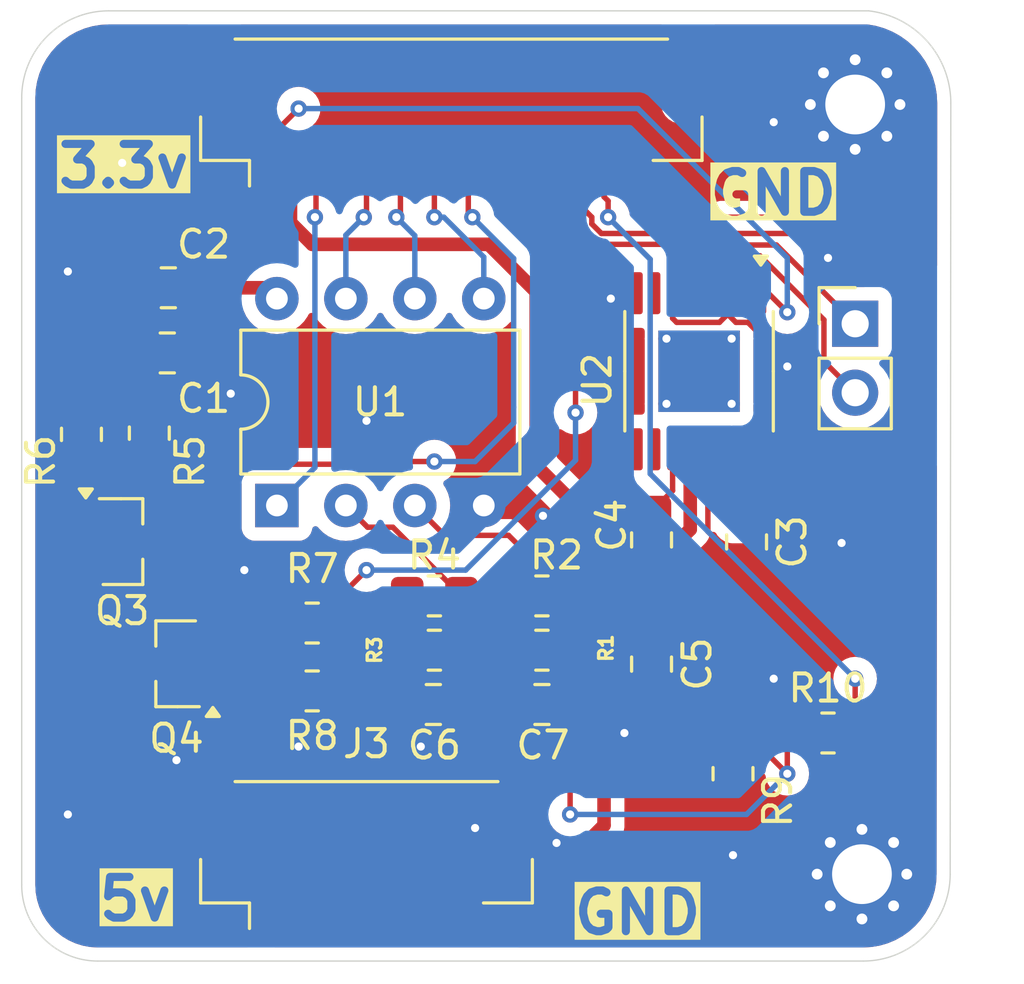
<source format=kicad_pcb>
(kicad_pcb (version 20241229) (generator "pcbnew") (generator_version "9.99")
  (layers (0 "F.Cu" signal) (2 "B.Cu" signal) (13 "F.Paste" user) (15 "B.Paste" user) (5 "F.SilkS" user "F.Silkscreen") (7 "B.SilkS" user "B.Silkscreen") (1 "F.Mask" user) (3 "B.Mask" user) (25 "Edge.Cuts" user))
  (net 0 "")
  (net 1 "GND")
  (net 2 "+3.3V")
  (net 3 "Net-(U2-VINT)")
  (net 4 "VM")
  (net 5 "CS")
  (net 6 "CLK")
  (net 7 "MISO")
  (net 8 "MOSI")
  (net 9 "CH0")
  (net 10 "CH1")
  (net 11 "Net-(U2-VCP)")
  (net 12 "AIN2")
  (net 13 "GATE1")
  (net 14 "GATE2")
  (net 15 "SWITCH")
  (net 16 "AIN1")
  (net 17 "Net-(J2-Pin_2)")
  (net 18 "Net-(J2-Pin_1)")
  (net 19 "DRAIN2")
  (net 20 "DRAIN1")
  (net 21 "Net-(J3-Pin_6)")
  (net 22 "Net-(Q3-G)")
  (net 23 "Net-(Q4-G)")
  (net 24 "Net-(U1-CH1)")
  (net 25 "Net-(U1-CH0)")
  (footprint "Connector_JST:JST_GH_BM07B-GHS-TBT_1x07-1MP_P1.25mm_Vertical" (layer "F.Cu") (at 121.5 103.4)
    (property "Reference" "J3" (at 0 -4 0) (layer "F.SilkS"))
    (property "Value" "Conn_01x07_Pin")
    (fp_line (start -6.11 0.26) (end -6.11 1.86) (stroke (width 0.12)) (layer "F.SilkS"))
    (fp_line (start -6.11 1.86) (end -4.31 1.86) (stroke (width 0.12)) (layer "F.SilkS"))
    (fp_line (start -4.84 -2.61) (end 4.84 -2.61) (stroke (width 0.12)) (layer "F.SilkS"))
    (fp_line (start -4.31 1.86) (end -4.31 2.8) (stroke (width 0.12)) (layer "F.SilkS"))
    (fp_line (start 6.11 0.26) (end 6.11 1.86) (stroke (width 0.12)) (layer "F.SilkS"))
    (fp_line (start 6.11 1.86) (end 4.31 1.86) (stroke (width 0.12)) (layer "F.SilkS"))
    (pad "1" smd roundrect (at -3.75 1.95) (size 0.6 1.7) (layers "F.Cu" "F.Mask" "F.Paste") (net 4 "VM"))
    (pad "2" smd roundrect (at -2.5 1.95) (size 0.6 1.7) (layers "F.Cu" "F.Mask" "F.Paste") (net 20 "DRAIN1"))
    (pad "3" smd roundrect (at -1.25 1.95) (size 0.6 1.7) (layers "F.Cu" "F.Mask" "F.Paste") (net 19 "DRAIN2"))
    (pad "4" smd roundrect (at 0 1.95) (size 0.6 1.7) (layers "F.Cu" "F.Mask" "F.Paste") (net 9 "CH0"))
    (pad "5" smd roundrect (at 1.25 1.95) (size 0.6 1.7) (layers "F.Cu" "F.Mask" "F.Paste") (net 10 "CH1"))
    (pad "6" smd roundrect (at 2.5 1.95) (size 0.6 1.7) (layers "F.Cu" "F.Mask" "F.Paste") (net 21 "Net-(J3-Pin_6)"))
    (pad "7" smd roundrect (at 3.75 1.95) (size 0.6 1.7) (layers "F.Cu" "F.Mask" "F.Paste") (net 1 "GND"))
    (pad "MP" smd roundrect (at -5.6 -1.4) (size 1 2.8) (layers "F.Cu" "F.Mask" "F.Paste"))
    (pad "MP" smd roundrect (at 5.6 -1.4) (size 1 2.8) (layers "F.Cu" "F.Mask" "F.Paste"))
  )
  (footprint "Capacitor_SMD:C_0805_2012Metric_Pad1.18x1.45mm_HandSolder" (layer "F.Cu") (at 132 91.8875 90)
    (property "Reference" "C4" (at 0.5375 -1.47 270) (layer "F.SilkS"))
    (property "Value" "0.01uF, 16v ceramic X7R")
    (fp_line (start -0.261252 -0.735) (end 0.261252 -0.735) (stroke (width 0.12)) (layer "F.SilkS"))
    (fp_line (start -0.261252 0.735) (end 0.261252 0.735) (stroke (width 0.12)) (layer "F.SilkS"))
    (pad "1" smd roundrect (at -1.0375 0 90) (size 1.175 1.45) (layers "F.Cu" "F.Mask" "F.Paste") (roundrect_rratio 0.212766) (net 4 "VM"))
    (pad "2" smd roundrect (at 1.0375 0 90) (size 1.175 1.45) (layers "F.Cu" "F.Mask" "F.Paste") (roundrect_rratio 0.212766) (net 11 "Net-(U2-VCP)"))
  )
  (footprint "Package_SO:TSSOP-16-1EP_4.4x5mm_P0.65mm_EP3x3mm_ThermalVias" (layer "F.Cu") (at 133.75 85.675 -90)
    (property "Reference" "U2" (at 0.325 3.75 90) (layer "F.SilkS"))
    (property "Value" "DRV8833PW")
    (fp_line (start 0 2.735) (end -2.2 2.735) (stroke (width 0.12)) (layer "F.SilkS"))
    (fp_line (start 0 2.735) (end 2.2 2.735) (stroke (width 0.12)) (layer "F.SilkS"))
    (fp_line (start 0 -2.735) (end -2.2 -2.735) (stroke (width 0.12)) (layer "F.SilkS"))
    (fp_line (start 0 -2.735) (end 2.2 -2.735) (stroke (width 0.12)) (layer "F.SilkS"))
    (fp_poly (pts (xy -3.91 -2.275) (xy -4.24 -2.515) (xy -4.24 -2.035) (xy -3.91 -2.275)) (stroke (width 0.12)) (fill yes) (layer "F.SilkS"))
    (pad "1" smd roundrect (at -2.875 -2.275 270) (size 1.55 0.4) (layers "F.Cu" "F.Mask" "F.Paste") (net 2 "+3.3V"))
    (pad "2" smd roundrect (at -2.875 -1.625 270) (size 1.55 0.4) (layers "F.Cu" "F.Mask" "F.Paste") (net 17 "Net-(J2-Pin_2)"))
    (pad "3" smd roundrect (at -2.875 -0.975 270) (size 1.55 0.4) (layers "F.Cu" "F.Mask" "F.Paste") (net 1 "GND"))
    (pad "4" smd roundrect (at -2.875 -0.325 270) (size 1.55 0.4) (layers "F.Cu" "F.Mask" "F.Paste") (net 18 "Net-(J2-Pin_1)"))
    (pad "5" smd roundrect (at -2.875 0.325 270) (size 1.55 0.4) (layers "F.Cu" "F.Mask" "F.Paste"))
    (pad "6" smd roundrect (at -2.875 0.975 270) (size 1.55 0.4) (layers "F.Cu" "F.Mask" "F.Paste") (net 1 "GND"))
    (pad "7" smd roundrect (at -2.875 1.625 270) (size 1.55 0.4) (layers "F.Cu" "F.Mask" "F.Paste"))
    (pad "8" smd roundrect (at -2.875 2.275 270) (size 1.55 0.4) (layers "F.Cu" "F.Mask" "F.Paste"))
    (pad "9" smd roundrect (at 2.875 2.275 270) (size 1.55 0.4) (layers "F.Cu" "F.Mask" "F.Paste"))
    (pad "10" smd roundrect (at 2.875 1.625 270) (size 1.55 0.4) (layers "F.Cu" "F.Mask" "F.Paste"))
    (pad "11" smd roundrect (at 2.875 0.975 270) (size 1.55 0.4) (layers "F.Cu" "F.Mask" "F.Paste") (net 11 "Net-(U2-VCP)"))
    (pad "12" smd roundrect (at 2.875 0.325 270) (size 1.55 0.4) (layers "F.Cu" "F.Mask" "F.Paste") (net 4 "VM"))
    (pad "13" smd roundrect (at 2.875 -0.325 270) (size 1.55 0.4) (layers "F.Cu" "F.Mask" "F.Paste") (net 1 "GND"))
    (pad "14" smd roundrect (at 2.875 -0.975 270) (size 1.55 0.4) (layers "F.Cu" "F.Mask" "F.Paste") (net 3 "Net-(U2-VINT)"))
    (pad "15" smd roundrect (at 2.875 -1.625 270) (size 1.55 0.4) (layers "F.Cu" "F.Mask" "F.Paste") (net 12 "AIN2"))
    (pad "16" smd roundrect (at 2.875 -2.275 270) (size 1.55 0.4) (layers "F.Cu" "F.Mask" "F.Paste") (net 16 "AIN1"))
    (pad "17" thru_hole circle (at -1.2 -1.2 270) (size 0.6 0.6) (drill 0.3) (property pad_prop_heatsink) (layers "*.Cu"))
    (pad "17" thru_hole circle (at -1.2 1.2 270) (size 0.6 0.6) (drill 0.3) (property pad_prop_heatsink) (layers "*.Cu"))
    (pad "17" smd rect (at 0 0 270) (size 3 3) (property pad_prop_heatsink) (layers "F.Cu" "F.Mask"))
    (pad "17" smd rect (at 0 0 270) (size 3 3) (property pad_prop_heatsink) (layers "B.Cu"))
    (pad "17" thru_hole circle (at 1.2 -1.2 270) (size 0.6 0.6) (drill 0.3) (property pad_prop_heatsink) (layers "*.Cu"))
    (pad "17" thru_hole circle (at 1.2 1.2 270) (size 0.6 0.6) (drill 0.3) (property pad_prop_heatsink) (layers "*.Cu"))
  )
  (footprint "Resistor_SMD:R_0805_2012Metric_Pad1.20x1.40mm_HandSolder" (layer "F.Cu") (at 113.5 87.955 90)
    (property "Reference" "R5" (at -1.045 1.5 270) (layer "F.SilkS"))
    (property "Value" "100")
    (fp_line (start -0.227064 -0.735) (end 0.227064 -0.735) (stroke (width 0.12)) (layer "F.SilkS"))
    (fp_line (start -0.227064 0.735) (end 0.227064 0.735) (stroke (width 0.12)) (layer "F.SilkS"))
    (pad "1" smd roundrect (at -1 0 90) (size 1.2 1.4) (layers "F.Cu" "F.Mask" "F.Paste") (roundrect_rratio 0.208333) (net 13 "GATE1"))
    (pad "2" smd roundrect (at 1 0 90) (size 1.2 1.4) (layers "F.Cu" "F.Mask" "F.Paste") (roundrect_rratio 0.208333) (net 22 "Net-(Q3-G)"))
  )
  (footprint "Connector_JST:JST_GH_BM12B-GHS-TBT_1x12-1MP_P1.25mm_Vertical" (layer "F.Cu") (at 124.625 76.05)
    (property "Reference" "J1" (hide yes))
    (property "Value" "Conn_01x12_Pin")
    (fp_line (start -9.235 0.26) (end -9.235 1.86) (stroke (width 0.12)) (layer "F.SilkS"))
    (fp_line (start -9.235 1.86) (end -7.435 1.86) (stroke (width 0.12)) (layer "F.SilkS"))
    (fp_line (start -7.965 -2.61) (end 7.965 -2.61) (stroke (width 0.12)) (layer "F.SilkS"))
    (fp_line (start -7.435 1.86) (end -7.435 2.8) (stroke (width 0.12)) (layer "F.SilkS"))
    (fp_line (start 9.235 0.26) (end 9.235 1.86) (stroke (width 0.12)) (layer "F.SilkS"))
    (fp_line (start 9.235 1.86) (end 7.435 1.86) (stroke (width 0.12)) (layer "F.SilkS"))
    (pad "1" smd roundrect (at -6.875 1.95) (size 0.6 1.7) (layers "F.Cu" "F.Mask" "F.Paste") (net 2 "+3.3V"))
    (pad "2" smd roundrect (at -5.625 1.95) (size 0.6 1.7) (layers "F.Cu" "F.Mask" "F.Paste") (net 4 "VM"))
    (pad "3" smd roundrect (at -4.375 1.95) (size 0.6 1.7) (layers "F.Cu" "F.Mask" "F.Paste") (net 5 "CS"))
    (pad "4" smd roundrect (at -3.125 1.95) (size 0.6 1.7) (layers "F.Cu" "F.Mask" "F.Paste") (net 6 "CLK"))
    (pad "5" smd roundrect (at -1.875 1.95) (size 0.6 1.7) (layers "F.Cu" "F.Mask" "F.Paste") (net 7 "MISO"))
    (pad "6" smd roundrect (at -0.625 1.95) (size 0.6 1.7) (layers "F.Cu" "F.Mask" "F.Paste") (net 8 "MOSI"))
    (pad "7" smd roundrect (at 0.625 1.95) (size 0.6 1.7) (layers "F.Cu" "F.Mask" "F.Paste") (net 13 "GATE1"))
    (pad "8" smd roundrect (at 1.875 1.95) (size 0.6 1.7) (layers "F.Cu" "F.Mask" "F.Paste") (net 14 "GATE2"))
    (pad "9" smd roundrect (at 3.125 1.95) (size 0.6 1.7) (layers "F.Cu" "F.Mask" "F.Paste") (net 16 "AIN1"))
    (pad "10" smd roundrect (at 4.375 1.95) (size 0.6 1.7) (layers "F.Cu" "F.Mask" "F.Paste") (net 12 "AIN2"))
    (pad "11" smd roundrect (at 5.625 1.95) (size 0.6 1.7) (layers "F.Cu" "F.Mask" "F.Paste") (net 15 "SWITCH"))
    (pad "12" smd roundrect (at 6.875 1.95) (size 0.6 1.7) (layers "F.Cu" "F.Mask" "F.Paste") (net 1 "GND"))
    (pad "MP" smd roundrect (at -8.725 -1.4) (size 1 2.8) (layers "F.Cu" "F.Mask" "F.Paste"))
    (pad "MP" smd roundrect (at 8.725 -1.4) (size 1 2.8) (layers "F.Cu" "F.Mask" "F.Paste"))
  )
  (footprint "Capacitor_SMD:C_0805_2012Metric_Pad1.18x1.45mm_HandSolder" (layer "F.Cu") (at 114.1625 85 180)
    (property "Reference" "C1" (at -1.3375 -1.68 180) (layer "F.SilkS"))
    (property "Value" "100nF")
    (fp_line (start -0.261252 0.735) (end 0.261252 0.735) (stroke (width 0.12)) (layer "F.SilkS"))
    (fp_line (start -0.261252 -0.735) (end 0.261252 -0.735) (stroke (width 0.12)) (layer "F.SilkS"))
    (pad "1" smd roundrect (at -1.0375 0 180) (size 1.175 1.45) (layers "F.Cu" "F.Mask" "F.Paste") (roundrect_rratio 0.212766) (net 2 "+3.3V"))
    (pad "2" smd roundrect (at 1.0375 0 180) (size 1.175 1.45) (layers "F.Cu" "F.Mask" "F.Paste") (roundrect_rratio 0.212766) (net 1 "GND"))
  )
  (footprint "Package_TO_SOT_SMD:SOT-23_Handsoldering" (layer "F.Cu") (at 114.5 96.45 180)
    (property "Reference" "Q4" (at 0 -2.75 180) (layer "F.SilkS"))
    (property "Value" "2N7002")
    (fp_line (start 0.76 1.58) (end 0.76 0.65) (stroke (width 0.12)) (layer "F.SilkS"))
    (fp_line (start 0.76 1.58) (end -0.7 1.58) (stroke (width 0.12)) (layer "F.SilkS"))
    (fp_line (start 0.76 -1.58) (end 0.76 -0.65) (stroke (width 0.12)) (layer "F.SilkS"))
    (fp_line (start -0.04 -1.58) (end 0.76 -1.58) (stroke (width 0.12)) (layer "F.SilkS"))
    (fp_line (start -0.04 -1.58) (end -0.84 -1.58) (stroke (width 0.12)) (layer "F.SilkS"))
    (fp_poly (pts (xy -1.34 -1.61) (xy -1.58 -1.94) (xy -1.1 -1.94) (xy -1.34 -1.61)) (stroke (width 0.12)) (fill yes) (layer "F.SilkS"))
    (pad "1" smd roundrect (at -1.5 -0.95 180) (size 1.9 0.8) (layers "F.Cu" "F.Mask" "F.Paste") (net 23 "Net-(Q4-G)"))
    (pad "2" smd roundrect (at -1.5 0.95 180) (size 1.9 0.8) (layers "F.Cu" "F.Mask" "F.Paste") (net 1 "GND"))
    (pad "3" smd roundrect (at 1.5 0 180) (size 1.9 0.8) (layers "F.Cu" "F.Mask" "F.Paste") (net 19 "DRAIN2"))
  )
  (footprint "Capacitor_SMD:C_0805_2012Metric_Pad1.18x1.45mm_HandSolder" (layer "F.Cu") (at 114.2 82.6 180)
    (property "Reference" "C2" (at -1.3 1.6 180) (layer "F.SilkS"))
    (property "Value" "10nF")
    (fp_line (start -0.261252 0.735) (end 0.261252 0.735) (stroke (width 0.12)) (layer "F.SilkS"))
    (fp_line (start -0.261252 -0.735) (end 0.261252 -0.735) (stroke (width 0.12)) (layer "F.SilkS"))
    (pad "1" smd roundrect (at -1.0375 0 180) (size 1.175 1.45) (layers "F.Cu" "F.Mask" "F.Paste") (roundrect_rratio 0.212766) (net 2 "+3.3V"))
    (pad "2" smd roundrect (at 1.0375 0 180) (size 1.175 1.45) (layers "F.Cu" "F.Mask" "F.Paste") (roundrect_rratio 0.212766) (net 1 "GND"))
  )
  (footprint "Resistor_SMD:R_0805_2012Metric_Pad1.20x1.40mm_HandSolder" (layer "F.Cu") (at 127.9625 93.95)
    (property "Reference" "R2" (at 0.5375 -1.5 0) (layer "F.SilkS"))
    (property "Value" "20k")
    (fp_line (start -0.227064 -0.735) (end 0.227064 -0.735) (stroke (width 0.12)) (layer "F.SilkS"))
    (fp_line (start -0.227064 0.735) (end 0.227064 0.735) (stroke (width 0.12)) (layer "F.SilkS"))
    (pad "1" smd roundrect (at -1 0) (size 1.2 1.4) (layers "F.Cu" "F.Mask" "F.Paste") (roundrect_rratio 0.208333) (net 10 "CH1"))
    (pad "2" smd roundrect (at 1 0) (size 1.2 1.4) (layers "F.Cu" "F.Mask" "F.Paste") (roundrect_rratio 0.208333) (net 24 "Net-(U1-CH1)"))
  )
  (footprint "Resistor_SMD:R_0805_2012Metric_Pad1.20x1.40mm_HandSolder" (layer "F.Cu") (at 138.5 99)
    (property "Reference" "R10" (at 0 -1.65 0) (layer "F.SilkS"))
    (property "Value" "20k")
    (fp_line (start -0.227064 -0.735) (end 0.227064 -0.735) (stroke (width 0.12)) (layer "F.SilkS"))
    (fp_line (start -0.227064 0.735) (end 0.227064 0.735) (stroke (width 0.12)) (layer "F.SilkS"))
    (pad "1" smd roundrect (at -1 0) (size 1.2 1.4) (layers "F.Cu" "F.Mask" "F.Paste") (roundrect_rratio 0.208333) (net 21 "Net-(J3-Pin_6)"))
    (pad "2" smd roundrect (at 1 0) (size 1.2 1.4) (layers "F.Cu" "F.Mask" "F.Paste") (roundrect_rratio 0.208333) (net 15 "SWITCH"))
  )
  (footprint "Package_TO_SOT_SMD:SOT-23_Handsoldering" (layer "F.Cu") (at 112.5 91.95)
    (property "Reference" "Q3" (at 0 2.55 0) (layer "F.SilkS"))
    (property "Value" "2N7002")
    (fp_line (start -0.04 -1.58) (end -0.84 -1.58) (stroke (width 0.12)) (layer "F.SilkS"))
    (fp_line (start -0.04 -1.58) (end 0.76 -1.58) (stroke (width 0.12)) (layer "F.SilkS"))
    (fp_line (start 0.76 -1.58) (end 0.76 -0.65) (stroke (width 0.12)) (layer "F.SilkS"))
    (fp_line (start 0.76 1.58) (end -0.7 1.58) (stroke (width 0.12)) (layer "F.SilkS"))
    (fp_line (start 0.76 1.58) (end 0.76 0.65) (stroke (width 0.12)) (layer "F.SilkS"))
    (fp_poly (pts (xy -1.34 -1.61) (xy -1.58 -1.94) (xy -1.1 -1.94) (xy -1.34 -1.61)) (stroke (width 0.12)) (fill yes) (layer "F.SilkS"))
    (pad "1" smd roundrect (at -1.5 -0.95) (size 1.9 0.8) (layers "F.Cu" "F.Mask" "F.Paste") (net 22 "Net-(Q3-G)"))
    (pad "2" smd roundrect (at -1.5 0.95) (size 1.9 0.8) (layers "F.Cu" "F.Mask" "F.Paste") (net 1 "GND"))
    (pad "3" smd roundrect (at 1.5 0) (size 1.9 0.8) (layers "F.Cu" "F.Mask" "F.Paste") (net 20 "DRAIN1"))
  )
  (footprint "Resistor_SMD:R_0805_2012Metric_Pad1.20x1.40mm_HandSolder" (layer "F.Cu") (at 124 95.95)
    (property "Reference" "R3" (at -2.2 0 90) (layer "F.SilkS") (effects (font (size 0.5 0.5) (thickness 0.125))))
    (property "Value" "10k")
    (fp_line (start -0.227064 -0.735) (end 0.227064 -0.735) (stroke (width 0.12)) (layer "F.SilkS"))
    (fp_line (start -0.227064 0.735) (end 0.227064 0.735) (stroke (width 0.12)) (layer "F.SilkS"))
    (pad "1" smd roundrect (at -1 0) (size 1.2 1.4) (layers "F.Cu" "F.Mask" "F.Paste") (roundrect_rratio 0.208333) (net 9 "CH0"))
    (pad "2" smd roundrect (at 1 0) (size 1.2 1.4) (layers "F.Cu" "F.Mask" "F.Paste") (roundrect_rratio 0.208333) (net 1 "GND"))
  )
  (footprint "MountingHole:MountingHole_2.2mm_M2_Pad_Via" (layer "F.Cu") (at 139.75 104.2)
    (property "Reference" "H2" (hide yes))
    (property "Value" "M2")
    (pad "1" thru_hole circle (at -1.65 0) (size 0.7 0.7) (drill 0.4) (layers "*.Cu" "*.Mask") (net 1 "GND"))
    (pad "1" thru_hole circle (at -1.166726 -1.166726) (size 0.7 0.7) (drill 0.4) (layers "*.Cu" "*.Mask") (net 1 "GND"))
    (pad "1" thru_hole circle (at -1.166726 1.166726) (size 0.7 0.7) (drill 0.4) (layers "*.Cu" "*.Mask") (net 1 "GND"))
    (pad "1" thru_hole circle (at 0 -1.65) (size 0.7 0.7) (drill 0.4) (layers "*.Cu" "*.Mask") (net 1 "GND"))
    (pad "1" thru_hole circle (at 0 0) (size 4.4 4.4) (drill 2.2) (layers "*.Cu" "*.Mask") (net 1 "GND"))
    (pad "1" thru_hole circle (at 0 1.65) (size 0.7 0.7) (drill 0.4) (layers "*.Cu" "*.Mask") (net 1 "GND"))
    (pad "1" thru_hole circle (at 1.166726 -1.166726) (size 0.7 0.7) (drill 0.4) (layers "*.Cu" "*.Mask") (net 1 "GND"))
    (pad "1" thru_hole circle (at 1.166726 1.166726) (size 0.7 0.7) (drill 0.4) (layers "*.Cu" "*.Mask") (net 1 "GND"))
    (pad "1" thru_hole circle (at 1.65 0) (size 0.7 0.7) (drill 0.4) (layers "*.Cu" "*.Mask") (net 1 "GND"))
  )
  (footprint "Connector_PinHeader_2.54mm:PinHeader_1x02_P2.54mm_Vertical" (layer "F.Cu") (at 139.5 83.925)
    (property "Reference" "J2" (hide yes))
    (property "Value" "Conn_01x02_Pin")
    (fp_line (start -1.33 -1.33) (end 0 -1.33) (stroke (width 0.12)) (layer "F.SilkS"))
    (fp_line (start -1.33 0) (end -1.33 -1.33) (stroke (width 0.12)) (layer "F.SilkS"))
    (fp_line (start -1.33 1.27) (end -1.33 3.87) (stroke (width 0.12)) (layer "F.SilkS"))
    (fp_line (start -1.33 1.27) (end 1.33 1.27) (stroke (width 0.12)) (layer "F.SilkS"))
    (fp_line (start -1.33 3.87) (end 1.33 3.87) (stroke (width 0.12)) (layer "F.SilkS"))
    (fp_line (start 1.33 1.27) (end 1.33 3.87) (stroke (width 0.12)) (layer "F.SilkS"))
    (pad "1" thru_hole rect (at 0 0) (size 1.7 1.7) (drill 1) (layers "*.Cu" "*.Mask") (net 18 "Net-(J2-Pin_1)"))
    (pad "2" thru_hole oval (at 0 2.54) (size 1.7 1.7) (drill 1) (layers "*.Cu" "*.Mask") (net 17 "Net-(J2-Pin_2)"))
  )
  (footprint "Resistor_SMD:R_0805_2012Metric_Pad1.20x1.40mm_HandSolder" (layer "F.Cu") (at 124 93.95)
    (property "Reference" "R4" (at 0 -1.5 0) (layer "F.SilkS"))
    (property "Value" "20k")
    (fp_line (start -0.227064 -0.735) (end 0.227064 -0.735) (stroke (width 0.12)) (layer "F.SilkS"))
    (fp_line (start -0.227064 0.735) (end 0.227064 0.735) (stroke (width 0.12)) (layer "F.SilkS"))
    (pad "1" smd roundrect (at -1 0) (size 1.2 1.4) (layers "F.Cu" "F.Mask" "F.Paste") (roundrect_rratio 0.208333) (net 9 "CH0"))
    (pad "2" smd roundrect (at 1 0) (size 1.2 1.4) (layers "F.Cu" "F.Mask" "F.Paste") (roundrect_rratio 0.208333) (net 25 "Net-(U1-CH0)"))
  )
  (footprint "Resistor_SMD:R_0805_2012Metric_Pad1.20x1.40mm_HandSolder" (layer "F.Cu") (at 119.5 97.45 180)
    (property "Reference" "R8" (at 0 -1.65 180) (layer "F.SilkS"))
    (property "Value" "10k")
    (fp_line (start -0.227064 0.735) (end 0.227064 0.735) (stroke (width 0.12)) (layer "F.SilkS"))
    (fp_line (start -0.227064 -0.735) (end 0.227064 -0.735) (stroke (width 0.12)) (layer "F.SilkS"))
    (pad "1" smd roundrect (at -1 0 180) (size 1.2 1.4) (layers "F.Cu" "F.Mask" "F.Paste") (roundrect_rratio 0.208333) (net 1 "GND"))
    (pad "2" smd roundrect (at 1 0 180) (size 1.2 1.4) (layers "F.Cu" "F.Mask" "F.Paste") (roundrect_rratio 0.208333) (net 23 "Net-(Q4-G)"))
  )
  (footprint "Resistor_SMD:R_0805_2012Metric_Pad1.20x1.40mm_HandSolder" (layer "F.Cu") (at 127.9625 95.95)
    (property "Reference" "R1" (at 2.3625 -0.075 90) (layer "F.SilkS") (effects (font (size 0.5 0.5) (thickness 0.125))))
    (property "Value" "10k")
    (fp_line (start -0.227064 -0.735) (end 0.227064 -0.735) (stroke (width 0.12)) (layer "F.SilkS"))
    (fp_line (start -0.227064 0.735) (end 0.227064 0.735) (stroke (width 0.12)) (layer "F.SilkS"))
    (pad "1" smd roundrect (at -1 0) (size 1.2 1.4) (layers "F.Cu" "F.Mask" "F.Paste") (roundrect_rratio 0.208333) (net 1 "GND"))
    (pad "2" smd roundrect (at 1 0) (size 1.2 1.4) (layers "F.Cu" "F.Mask" "F.Paste") (roundrect_rratio 0.208333) (net 10 "CH1"))
  )
  (footprint "Resistor_SMD:R_0805_2012Metric_Pad1.20x1.40mm_HandSolder" (layer "F.Cu") (at 111 88 -90)
    (property "Reference" "R6" (at 1 1.5 90) (layer "F.SilkS"))
    (property "Value" "10k")
    (fp_line (start -0.227064 0.735) (end 0.227064 0.735) (stroke (width 0.12)) (layer "F.SilkS"))
    (fp_line (start -0.227064 -0.735) (end 0.227064 -0.735) (stroke (width 0.12)) (layer "F.SilkS"))
    (pad "1" smd roundrect (at -1 0 270) (size 1.2 1.4) (layers "F.Cu" "F.Mask" "F.Paste") (roundrect_rratio 0.208333) (net 1 "GND"))
    (pad "2" smd roundrect (at 1 0 270) (size 1.2 1.4) (layers "F.Cu" "F.Mask" "F.Paste") (roundrect_rratio 0.208333) (net 22 "Net-(Q3-G)"))
  )
  (footprint "Capacitor_SMD:C_0805_2012Metric_Pad1.18x1.45mm_HandSolder" (layer "F.Cu") (at 132 96.4625 -90)
    (property "Reference" "C5" (at 0 -1.68 90) (layer "F.SilkS"))
    (property "Value" "10uF")
    (fp_line (start -0.261252 0.735) (end 0.261252 0.735) (stroke (width 0.12)) (layer "F.SilkS"))
    (fp_line (start -0.261252 -0.735) (end 0.261252 -0.735) (stroke (width 0.12)) (layer "F.SilkS"))
    (pad "1" smd roundrect (at -1.0375 0 270) (size 1.175 1.45) (layers "F.Cu" "F.Mask" "F.Paste") (roundrect_rratio 0.212766) (net 4 "VM"))
    (pad "2" smd roundrect (at 1.0375 0 270) (size 1.175 1.45) (layers "F.Cu" "F.Mask" "F.Paste") (roundrect_rratio 0.212766) (net 1 "GND"))
  )
  (footprint "Package_DIP:DIP-8_W7.62mm" (layer "F.Cu") (at 118.2 90.62 90)
    (property "Reference" "U1" (at 3.81 3.8 0) (layer "F.SilkS"))
    (property "Value" "MCP3002")
    (fp_line (start 6.46 -1.33) (end 4.81 -1.33) (stroke (width 0.12)) (layer "F.SilkS"))
    (fp_line (start 2.81 -1.33) (end 1.16 -1.33) (stroke (width 0.12)) (layer "F.SilkS"))
    (fp_line (start 1.16 -1.33) (end 1.16 8.95) (stroke (width 0.12)) (layer "F.SilkS"))
    (fp_line (start 6.46 8.95) (end 6.46 -1.33) (stroke (width 0.12)) (layer "F.SilkS"))
    (fp_line (start 1.16 8.95) (end 6.46 8.95) (stroke (width 0.12)) (layer "F.SilkS"))
    (fp_arc (start 4.81 -1.33) (mid 3.81 -0.33) (end 2.81 -1.33) (stroke (width 0.12)) (layer "F.SilkS"))
    (pad "1" thru_hole rect (at 0 0 90) (size 1.6 1.6) (drill 0.8) (layers "*.Cu" "*.Mask") (net 5 "CS"))
    (pad "2" thru_hole oval (at 0 2.54 90) (size 1.6 1.6) (drill 0.8) (layers "*.Cu" "*.Mask") (net 25 "Net-(U1-CH0)"))
    (pad "3" thru_hole oval (at 0 5.08 90) (size 1.6 1.6) (drill 0.8) (layers "*.Cu" "*.Mask") (net 24 "Net-(U1-CH1)"))
    (pad "4" thru_hole oval (at 0 7.62 90) (size 1.6 1.6) (drill 0.8) (layers "*.Cu" "*.Mask") (net 1 "GND"))
    (pad "5" thru_hole oval (at 7.62 7.62 90) (size 1.6 1.6) (drill 0.8) (layers "*.Cu" "*.Mask") (net 8 "MOSI"))
    (pad "6" thru_hole oval (at 7.62 5.08 90) (size 1.6 1.6) (drill 0.8) (layers "*.Cu" "*.Mask") (net 7 "MISO"))
    (pad "7" thru_hole oval (at 7.62 2.54 90) (size 1.6 1.6) (drill 0.8) (layers "*.Cu" "*.Mask") (net 6 "CLK"))
    (pad "8" thru_hole oval (at 7.62 0 90) (size 1.6 1.6) (drill 0.8) (layers "*.Cu" "*.Mask") (net 2 "+3.3V"))
  )
  (footprint "Resistor_SMD:R_0805_2012Metric_Pad1.20x1.40mm_HandSolder" (layer "F.Cu") (at 135 100.5 -90)
    (property "Reference" "R9" (at 1 -1.65 90) (layer "F.SilkS"))
    (property "Value" "10k")
    (fp_line (start -0.227064 0.735) (end 0.227064 0.735) (stroke (width 0.12)) (layer "F.SilkS"))
    (fp_line (start -0.227064 -0.735) (end 0.227064 -0.735) (stroke (width 0.12)) (layer "F.SilkS"))
    (pad "1" smd roundrect (at -1 0 270) (size 1.2 1.4) (layers "F.Cu" "F.Mask" "F.Paste") (roundrect_rratio 0.208333) (net 21 "Net-(J3-Pin_6)"))
    (pad "2" smd roundrect (at 1 0 270) (size 1.2 1.4) (layers "F.Cu" "F.Mask" "F.Paste") (roundrect_rratio 0.208333) (net 1 "GND"))
  )
  (footprint "Capacitor_SMD:C_0805_2012Metric_Pad1.18x1.45mm_HandSolder" (layer "F.Cu") (at 135.5 91.9625 -90)
    (property "Reference" "C3" (at 0 -1.68 90) (layer "F.SilkS"))
    (property "Value" "2.2uF 6.3v")
    (fp_line (start -0.261252 0.735) (end 0.261252 0.735) (stroke (width 0.12)) (layer "F.SilkS"))
    (fp_line (start -0.261252 -0.735) (end 0.261252 -0.735) (stroke (width 0.12)) (layer "F.SilkS"))
    (pad "1" smd roundrect (at -1.0375 0 270) (size 1.175 1.45) (layers "F.Cu" "F.Mask" "F.Paste") (roundrect_rratio 0.212766) (net 3 "Net-(U2-VINT)"))
    (pad "2" smd roundrect (at 1.0375 0 270) (size 1.175 1.45) (layers "F.Cu" "F.Mask" "F.Paste") (roundrect_rratio 0.212766) (net 1 "GND"))
  )
  (footprint "MountingHole:MountingHole_2.2mm_M2_Pad_Via" (layer "F.Cu") (at 139.5 75.85)
    (property "Reference" "H1" (hide yes))
    (property "Value" "M1")
    (pad "1" thru_hole circle (at -1.65 0) (size 0.7 0.7) (drill 0.4) (layers "*.Cu" "*.Mask") (net 1 "GND"))
    (pad "1" thru_hole circle (at -1.166726 -1.166726) (size 0.7 0.7) (drill 0.4) (layers "*.Cu" "*.Mask") (net 1 "GND"))
    (pad "1" thru_hole circle (at -1.166726 1.166726) (size 0.7 0.7) (drill 0.4) (layers "*.Cu" "*.Mask") (net 1 "GND"))
    (pad "1" thru_hole circle (at 0 -1.65) (size 0.7 0.7) (drill 0.4) (layers "*.Cu" "*.Mask") (net 1 "GND"))
    (pad "1" thru_hole circle (at 0 0) (size 4.4 4.4) (drill 2.2) (layers "*.Cu" "*.Mask") (net 1 "GND"))
    (pad "1" thru_hole circle (at 0 1.65) (size 0.7 0.7) (drill 0.4) (layers "*.Cu" "*.Mask") (net 1 "GND"))
    (pad "1" thru_hole circle (at 1.166726 -1.166726) (size 0.7 0.7) (drill 0.4) (layers "*.Cu" "*.Mask") (net 1 "GND"))
    (pad "1" thru_hole circle (at 1.166726 1.166726) (size 0.7 0.7) (drill 0.4) (layers "*.Cu" "*.Mask") (net 1 "GND"))
    (pad "1" thru_hole circle (at 1.65 0) (size 0.7 0.7) (drill 0.4) (layers "*.Cu" "*.Mask") (net 1 "GND"))
  )
  (footprint "Capacitor_SMD:C_0805_2012Metric_Pad1.18x1.45mm_HandSolder" (layer "F.Cu") (at 127.9625 97.95)
    (property "Reference" "C7" (at 0.0375 1.5 0) (layer "F.SilkS"))
    (property "Value" "10nF")
    (fp_line (start -0.261252 -0.735) (end 0.261252 -0.735) (stroke (width 0.12)) (layer "F.SilkS"))
    (fp_line (start -0.261252 0.735) (end 0.261252 0.735) (stroke (width 0.12)) (layer "F.SilkS"))
    (pad "1" smd roundrect (at -1.0375 0) (size 1.175 1.45) (layers "F.Cu" "F.Mask" "F.Paste") (roundrect_rratio 0.212766) (net 1 "GND"))
    (pad "2" smd roundrect (at 1.0375 0) (size 1.175 1.45) (layers "F.Cu" "F.Mask" "F.Paste") (roundrect_rratio 0.212766) (net 10 "CH1"))
  )
  (footprint "Resistor_SMD:R_0805_2012Metric_Pad1.20x1.40mm_HandSolder" (layer "F.Cu") (at 119.5 94.95 180)
    (property "Reference" "R7" (at 0 2 180) (layer "F.SilkS"))
    (property "Value" "100")
    (fp_line (start -0.227064 0.735) (end 0.227064 0.735) (stroke (width 0.12)) (layer "F.SilkS"))
    (fp_line (start -0.227064 -0.735) (end 0.227064 -0.735) (stroke (width 0.12)) (layer "F.SilkS"))
    (pad "1" smd roundrect (at -1 0 180) (size 1.2 1.4) (layers "F.Cu" "F.Mask" "F.Paste") (roundrect_rratio 0.208333) (net 14 "GATE2"))
    (pad "2" smd roundrect (at 1 0 180) (size 1.2 1.4) (layers "F.Cu" "F.Mask" "F.Paste") (roundrect_rratio 0.208333) (net 23 "Net-(Q4-G)"))
  )
  (footprint "Capacitor_SMD:C_0805_2012Metric_Pad1.18x1.45mm_HandSolder" (layer "F.Cu") (at 123.9625 97.95)
    (property "Reference" "C6" (at 0.0375 1.5 0) (layer "F.SilkS"))
    (property "Value" "10nF")
    (fp_line (start -0.261252 -0.735) (end 0.261252 -0.735) (stroke (width 0.12)) (layer "F.SilkS"))
    (fp_line (start -0.261252 0.735) (end 0.261252 0.735) (stroke (width 0.12)) (layer "F.SilkS"))
    (pad "1" smd roundrect (at -1.0375 0) (size 1.175 1.45) (layers "F.Cu" "F.Mask" "F.Paste") (roundrect_rratio 0.212766) (net 9 "CH0"))
    (pad "2" smd roundrect (at 1.0375 0) (size 1.175 1.45) (layers "F.Cu" "F.Mask" "F.Paste") (roundrect_rratio 0.212766) (net 1 "GND"))
  )
  (gr_arc (start 108.8 75.6) (mid 109.737258 73.337258) (end 112 72.4) (stroke (width 0.05)) (layer "Edge.Cuts"))
  (gr_line (start 140 72.400001) (end 112 72.4) (stroke (width 0.05)) (layer "Edge.Cuts"))
  (gr_arc (start 140 72.400001) (mid 142.158258 73.52507) (end 143.023448 75.8) (stroke (width 0.05)) (layer "Edge.Cuts"))
  (gr_arc (start 111.6 107.4) (mid 109.620101 106.579899) (end 108.8 104.6) (stroke (width 0.05)) (layer "Edge.Cuts"))
  (gr_line (start 143.023448 75.8) (end 143 104.2) (stroke (width 0.05)) (layer "Edge.Cuts"))
  (gr_line (start 108.8 104.6) (end 108.8 75.6) (stroke (width 0.05)) (layer "Edge.Cuts"))
  (gr_line (start 111.6 107.4) (end 139.8 107.4) (stroke (width 0.05)) (layer "Edge.Cuts"))
  (gr_arc (start 143 104.2) (mid 142.062742 106.462742) (end 139.8 107.4) (stroke (width 0.05)) (layer "Edge.Cuts"))
  (gr_text "GND\n" (at 129 106.5 0) (layer "F.SilkS" knockout) (effects (font (size 1.5 1.5) (thickness 0.3) (bold yes)) (justify left bottom)))
  (gr_text "GND" (at 134 80 0) (layer "F.SilkS" knockout) (effects (font (size 1.5 1.5) (thickness 0.3) (bold yes)) (justify left bottom)))
  (gr_text "3.3v" (at 110 79 0) (layer "F.SilkS" knockout) (effects (font (size 1.5 1.5) (thickness 0.3) (bold yes)) (justify left bottom)))
  (gr_text "5v" (at 111.5 106 0) (layer "F.SilkS" knockout) (effects (font (size 1.5 1.5) (thickness 0.3) (bold yes)) (justify left bottom)))
  (segment (start 134.075 91.575) (end 135.5 93) (width 0.2) (layer "F.Cu") (net 1))
  (segment (start 132.775 82.8) (end 132.775 83.725) (width 0.2) (layer "F.Cu") (net 1))
  (segment (start 132.925 83.875) (end 134.5 83.875) (width 0.2) (layer "F.Cu") (net 1))
  (segment (start 134.075 88.55) (end 134.075 91.575) (width 0.2) (layer "F.Cu") (net 1))
  (segment (start 125.25 105.35) (end 126.225 105.35) (width 0.2) (layer "F.Cu") (net 1))
  (segment (start 135.106544 83.875) (end 135.55 83.875) (width 0.2) (layer "F.Cu") (net 1))
  (segment (start 135.55 83.875) (end 137 85.325) (width 0.2) (layer "F.Cu") (net 1))
  (segment (start 137 85.325) (end 137 85.5) (width 0.2) (layer "F.Cu") (net 1))
  (segment (start 134.5 83.875) (end 134.725 83.65) (width 0.2) (layer "F.Cu") (net 1))
  (segment (start 134.725 83.493456) (end 135.106544 83.875) (width 0.2) (layer "F.Cu") (net 1))
  (segment (start 134.725 83.65) (end 134.725 82.8) (width 0.2) (layer "F.Cu") (net 1))
  (segment (start 125.25 105.35) (end 125.25 102.75) (width 0.2) (layer "F.Cu") (net 1))
  (segment (start 125.25 102.75) (end 125.5 102.5) (width 0.2) (layer "F.Cu") (net 1))
  (segment (start 126.225 105.35) (end 126.225 105.325) (width 0.2) (layer "F.Cu") (net 1))
  (segment (start 132.775 83.725) (end 132.925 83.875) (width 0.2) (layer "F.Cu") (net 1))
  (segment (start 134.725 82.8) (end 134.725 83.493456) (width 0.2) (layer "F.Cu") (net 1))
  (segment (start 126.225 105.325) (end 128.5 103.05) (width 0.2) (layer "F.Cu") (net 1))
  (via (at 136.5 76.5) (size 0.6) (drill 0.3) (layers "F.Cu" "B.Cu") (net 1))
  (via (at 116.5 86.5) (size 0.6) (drill 0.3) (layers "F.Cu" "B.Cu") (net 1))
  (via (at 135 103.5) (size 0.6) (drill 0.3) (layers "F.Cu" "B.Cu") (net 1))
  (via (at 125.5 102.5) (size 0.6) (drill 0.3) (layers "F.Cu" "B.Cu") (net 1))
  (via (at 137 85.5) (size 0.6) (drill 0.3) (layers "F.Cu" "B.Cu") (net 1))
  (via (at 121.5 87.5) (size 0.6) (drill 0.3) (layers "F.Cu" "B.Cu") (net 1))
  (via (at 136.5 97) (size 0.6) (drill 0.3) (layers "F.Cu" "B.Cu") (net 1))
  (via (at 138.5 81.5) (size 0.6) (drill 0.3) (layers "F.Cu" "B.Cu") (net 1))
  (via (at 110.5 82) (size 0.6) (drill 0.3) (layers "F.Cu" "B.Cu") (net 1))
  (via (at 131 99) (size 0.6) (drill 0.3) (layers "F.Cu" "B.Cu") (net 1))
  (via (at 128 91) (size 0.6) (drill 0.3) (layers "F.Cu" "B.Cu") (net 1))
  (via (at 130.5 83) (size 0.6) (drill 0.3) (layers "F.Cu" "B.Cu") (net 1))
  (via (at 139 92) (size 0.6) (drill 0.3) (layers "F.Cu" "B.Cu") (net 1))
  (via (at 112.5 78) (size 0.6) (drill 0.3) (layers "F.Cu" "B.Cu") (net 1))
  (via (at 128.5 103.05) (size 0.6) (drill 0.3) (layers "F.Cu" "B.Cu") (net 1))
  (via (at 117 93) (size 0.6) (drill 0.3) (layers "F.Cu" "B.Cu") (net 1))
  (via (at 123.5 99.5) (size 0.6) (drill 0.3) (layers "F.Cu" "B.Cu") (net 1))
  (via (at 119 99.5) (size 0.6) (drill 0.3) (layers "F.Cu" "B.Cu") (net 1))
  (via (at 110.5 102) (size 0.6) (drill 0.3) (layers "F.Cu" "B.Cu") (net 1))
  (via (at 114.5 100) (size 0.6) (drill 0.3) (layers "F.Cu" "B.Cu") (net 1))
  (segment (start 136.3 82.8) (end 137 83.5) (width 0.2) (layer "F.Cu") (net 2))
  (segment (start 117.75 79.95) (end 117.75 78) (width 0.5) (layer "F.Cu") (net 2))
  (segment (start 115.2375 82.6) (end 117.8 82.6) (width 0.5) (layer "F.Cu") (net 2))
  (segment (start 115.2375 84.9625) (end 115.2 85) (width 0.5) (layer "F.Cu") (net 2))
  (segment (start 136.025 82.8) (end 136.3 82.8) (width 0.2) (layer "F.Cu") (net 2))
  (segment (start 115.2375 82.6) (end 115.2375 82.4625) (width 0.5) (layer "F.Cu") (net 2))
  (segment (start 117.8 82.6) (end 118.2 83) (width 0.5) (layer "F.Cu") (net 2))
  (segment (start 115.2375 82.4625) (end 117.75 79.95) (width 0.5) (layer "F.Cu") (net 2))
  (segment (start 115.2375 82.6) (end 115.2375 84.9625) (width 0.5) (layer "F.Cu") (net 2))
  (segment (start 117.75 77.25) (end 117.75 78) (width 0.2) (layer "F.Cu") (net 2))
  (segment (start 119 76) (end 117.75 77.25) (width 0.2) (layer "F.Cu") (net 2))
  (via (at 119 76) (size 0.6) (drill 0.3) (layers "F.Cu" "B.Cu") (net 2))
  (via (at 137 83.5) (size 0.6) (drill 0.3) (layers "F.Cu" "B.Cu") (net 2))
  (segment (start 137 81.5) (end 131.5 76) (width 0.2) (layer "B.Cu") (net 2))
  (segment (start 131.5 76) (end 119 76) (width 0.2) (layer "B.Cu") (net 2))
  (segment (start 137 83.5) (end 137 81.5) (width 0.2) (layer "B.Cu") (net 2))
  (segment (start 135.5 90.925) (end 134.725 90.15) (width 0.2) (layer "F.Cu") (net 3))
  (segment (start 134.725 90.15) (end 134.725 88.55) (width 0.2) (layer "F.Cu") (net 3))
  (segment (start 127.75 89.15) (end 127.75 82.75) (width 0.5) (layer "F.Cu") (net 4))
  (segment (start 132 92.925) (end 132 95.425) (width 0.5) (layer "F.Cu") (net 4))
  (segment (start 118.700001 80.200001) (end 119.5 81) (width 0.5) (layer "F.Cu") (net 4))
  (segment (start 128.8 90.2) (end 132 92.925) (width 0.5) (layer "F.Cu") (net 4))
  (segment (start 119 78) (end 118.700001 78.299999) (width 0.5) (layer "F.Cu") (net 4))
  (segment (start 127.75 82.75) (end 126 81) (width 0.5) (layer "F.Cu") (net 4))
  (segment (start 133.425 88.55) (end 133.425 91.5) (width 0.5) (layer "F.Cu") (net 4))
  (segment (start 118.700001 78.299999) (end 118.700001 80.200001) (width 0.5) (layer "F.Cu") (net 4))
  (segment (start 118.200001 106.65) (end 117.75 106.199999) (width 0.5) (layer "F.Cu") (net 4))
  (segment (start 117.75 106.199999) (end 117.75 105.35) (width 0.5) (layer "F.Cu") (net 4))
  (segment (start 130.25 97.175) (end 130.25 102.4) (width 0.5) (layer "F.Cu") (net 4))
  (segment (start 130.25 102.4) (end 126 106.65) (width 0.5) (layer "F.Cu") (net 4))
  (segment (start 132 95.425) (end 130.25 97.175) (width 0.5) (layer "F.Cu") (net 4))
  (segment (start 119.5 81) (end 126 81) (width 0.5) (layer "F.Cu") (net 4))
  (segment (start 126 106.65) (end 118.200001 106.65) (width 0.5) (layer "F.Cu") (net 4))
  (segment (start 133.425 91.5) (end 132 92.925) (width 0.5) (layer "F.Cu") (net 4))
  (segment (start 128.8 90.2) (end 127.75 89.15) (width 0.5) (layer "F.Cu") (net 4))
  (segment (start 119.64 78.61) (end 119.64 79.96) (width 0.2) (layer "F.Cu") (net 5))
  (segment (start 119.64 79.96) (end 119.6 80) (width 0.2) (layer "F.Cu") (net 5))
  (segment (start 120.25 78) (end 119.64 78.61) (width 0.2) (layer "F.Cu") (net 5))
  (via (at 119.6 80) (size 0.6) (drill 0.3) (layers "F.Cu" "B.Cu") (net 5))
  (segment (start 119.6 80) (end 119.6 89.22) (width 0.2) (layer "B.Cu") (net 5))
  (segment (start 119.6 89.22) (end 118.2 90.62) (width 0.2) (layer "B.Cu") (net 5))
  (segment (start 121.5 79.9) (end 121.5 78) (width 0.2) (layer "F.Cu") (net 6))
  (segment (start 121.4 80) (end 121.5 79.9) (width 0.2) (layer "F.Cu") (net 6))
  (via (at 121.4 80) (size 0.6) (drill 0.3) (layers "F.Cu" "B.Cu") (net 6))
  (segment (start 121.4 80) (end 120.74 80.66) (width 0.2) (layer "B.Cu") (net 6))
  (segment (start 120.74 80.66) (end 120.74 83) (width 0.2) (layer "B.Cu") (net 6))
  (segment (start 122.75 79.85) (end 122.75 78) (width 0.2) (layer "F.Cu") (net 7))
  (segment (start 122.6 80) (end 122.75 79.85) (width 0.2) (layer "F.Cu") (net 7))
  (via (at 122.6 80) (size 0.6) (drill 0.3) (layers "F.Cu" "B.Cu") (net 7))
  (segment (start 122.6 80) (end 123.28 80.68) (width 0.2) (layer "B.Cu") (net 7))
  (segment (start 123.28 80.68) (end 123.28 83) (width 0.2) (layer "B.Cu") (net 7))
  (segment (start 124 80) (end 124 78) (width 0.2) (layer "F.Cu") (net 8))
  (via (at 124 80) (size 0.6) (drill 0.3) (layers "F.Cu" "B.Cu") (net 8))
  (segment (start 124.348529 80) (end 125.82 81.471471) (width 0.2) (layer "B.Cu") (net 8))
  (segment (start 125.82 81.471471) (end 125.82 83) (width 0.2) (layer "B.Cu") (net 8))
  (segment (start 124 80) (end 124.348529 80) (width 0.2) (layer "B.Cu") (net 8))
  (segment (start 122.925 97.95) (end 122.925 96.025) (width 0.2) (layer "F.Cu") (net 9))
  (segment (start 121.5 105.35) (end 121.5 99.375) (width 0.2) (layer "F.Cu") (net 9))
  (segment (start 122.925 96.025) (end 123 95.95) (width 0.2) (layer "F.Cu") (net 9))
  (segment (start 123 95.95) (end 123 93.95) (width 0.2) (layer "F.Cu") (net 9))
  (segment (start 121.5 99.375) (end 122.925 97.95) (width 0.2) (layer "F.Cu") (net 9))
  (segment (start 129 97.95) (end 129 97.45) (width 0.2) (layer "F.Cu") (net 10))
  (segment (start 128.9625 97.4125) (end 128.9625 95.95) (width 0.2) (layer "F.Cu") (net 10))
  (segment (start 129 97.45) (end 128.9625 97.4125) (width 0.2) (layer "F.Cu") (net 10))
  (segment (start 122.75 103.225) (end 127 98.975) (width 0.2) (layer "F.Cu") (net 10))
  (segment (start 128.9625 95.95) (end 126.9625 93.95) (width 0.2) (layer "F.Cu") (net 10))
  (segment (start 127 98.975) (end 127.975 98.975) (width 0.2) (layer "F.Cu") (net 10))
  (segment (start 127.975 98.975) (end 129 97.95) (width 0.2) (layer "F.Cu") (net 10))
  (segment (start 122.75 105.35) (end 122.75 103.225) (width 0.2) (layer "F.Cu") (net 10))
  (segment (start 132.775 90.075) (end 132.775 88.55) (width 0.2) (layer "F.Cu") (net 11))
  (segment (start 132 90.85) (end 132.775 90.075) (width 0.2) (layer "F.Cu") (net 11))
  (segment (start 141.8 88.765685) (end 141.8 82.2) (width 0.2) (layer "F.Cu") (net 12))
  (segment (start 135.375 89.324999) (end 135.675001 89.625) (width 0.2) (layer "F.Cu") (net 12))
  (segment (start 129.8 80) (end 129.8 80.248529) (width 0.2) (layer "F.Cu") (net 12))
  (segment (start 129.8 80) (end 129 79.2) (width 0.2) (layer "F.Cu") (net 12))
  (segment (start 135.375 88.55) (end 135.375 89.324999) (width 0.2) (layer "F.Cu") (net 12))
  (segment (start 141.8 82.2) (end 139.6 80) (width 0.2) (layer "F.Cu") (net 12))
  (segment (start 129 79.2) (end 129 78) (width 0.2) (layer "F.Cu") (net 12))
  (segment (start 140.940685 89.625) (end 141.8 88.765685) (width 0.2) (layer "F.Cu") (net 12))
  (segment (start 130.151471 80.6) (end 134 80.6) (width 0.2) (layer "F.Cu") (net 12))
  (segment (start 134.6 80) (end 139.6 80) (width 0.2) (layer "F.Cu") (net 12))
  (segment (start 135.675001 89.625) (end 140.940685 89.625) (width 0.2) (layer "F.Cu") (net 12))
  (segment (start 134 80.6) (end 134.6 80) (width 0.2) (layer "F.Cu") (net 12))
  (segment (start 129.8 80.248529) (end 130.151471 80.6) (width 0.2) (layer "F.Cu") (net 12))
  (segment (start 125.25 78) (end 125.25 79.85) (width 0.2) (layer "F.Cu") (net 13))
  (segment (start 122.9 89.1) (end 113.745 89.1) (width 0.2) (layer "F.Cu") (net 13))
  (segment (start 124 89) (end 123 89) (width 0.2) (layer "F.Cu") (net 13))
  (segment (start 125.25 79.85) (end 125.4 80) (width 0.2) (layer "F.Cu") (net 13))
  (segment (start 123 89) (end 122.9 89.1) (width 0.2) (layer "F.Cu") (net 13))
  (segment (start 113.745 89.1) (end 113.6 88.955) (width 0.2) (layer "F.Cu") (net 13))
  (via (at 125.4 80) (size 0.6) (drill 0.3) (layers "F.Cu" "B.Cu") (net 13))
  (via (at 124 89) (size 0.6) (drill 0.3) (layers "F.Cu" "B.Cu") (net 13))
  (segment (start 125.5 89) (end 124 89) (width 0.2) (layer "B.Cu") (net 13))
  (segment (start 126.92 81.52) (end 125.4 80) (width 0.2) (layer "B.Cu") (net 13))
  (segment (start 126.92 87) (end 126.92 87.58) (width 0.2) (layer "B.Cu") (net 13))
  (segment (start 126.92 87.58) (end 125.5 89) (width 0.2) (layer "B.Cu") (net 13))
  (segment (start 126.92 87) (end 126.92 81.52) (width 0.2) (layer "B.Cu") (net 13))
  (segment (start 120.5 94) (end 121.5 93) (width 0.2) (layer "F.Cu") (net 14))
  (segment (start 120.5 94.95) (end 120.5 94) (width 0.2) (layer "F.Cu") (net 14))
  (segment (start 126.5 78) (end 126.5 78.849999) (width 0.2) (layer "F.Cu") (net 14))
  (segment (start 126.5 78.849999) (end 128 80.349999) (width 0.2) (layer "F.Cu") (net 14))
  (segment (start 129.2 81.549999) (end 129.2 87.2) (width 0.2) (layer "F.Cu") (net 14))
  (segment (start 128 80.349999) (end 129.2 81.549999) (width 0.2) (layer "F.Cu") (net 14))
  (via (at 121.5 93) (size 0.6) (drill 0.3) (layers "F.Cu" "B.Cu") (net 14))
  (via (at 129.2 87.2) (size 0.6) (drill 0.3) (layers "F.Cu" "B.Cu") (net 14))
  (segment (start 125.151471 93) (end 129.2 88.951471) (width 0.2) (layer "B.Cu") (net 14))
  (segment (start 121.5 93) (end 125.151471 93) (width 0.2) (layer "B.Cu") (net 14))
  (segment (start 129.2 88.951471) (end 129.2 87.2) (width 0.2) (layer "B.Cu") (net 14))
  (segment (start 130.4 79.4) (end 130.25 79.25) (width 0.2) (layer "F.Cu") (net 15))
  (segment (start 139.5 99) (end 139.5 97) (width 0.2) (layer "F.Cu") (net 15))
  (segment (start 130.25 79.25) (end 130.25 78) (width 0.2) (layer "F.Cu") (net 15))
  (segment (start 130.4 80) (end 130.4 79.4) (width 0.2) (layer "F.Cu") (net 15))
  (via (at 130.4 80) (size 0.6) (drill 0.3) (layers "F.Cu" "B.Cu") (net 15))
  (via (at 139.5 97) (size 0.6) (drill 0.3) (layers "F.Cu" "B.Cu") (net 15))
  (segment (start 139.5 97) (end 131.95 89.45) (width 0.2) (layer "B.Cu") (net 15))
  (segment (start 131.95 89.45) (end 131.95 81.55) (width 0.2) (layer "B.Cu") (net 15))
  (segment (start 131.95 81.55) (end 130.4 80) (width 0.2) (layer "B.Cu") (net 15))
  (segment (start 136.275 88.8) (end 141.2 88.8) (width 0.2) (layer "F.Cu") (net 16))
  (segment (start 134.6 80.6) (end 134.2 81) (width 0.2) (layer "F.Cu") (net 16))
  (segment (start 134.2 81) (end 129.900001 81) (width 0.2) (layer "F.Cu") (net 16))
  (segment (start 136.025 88.55) (end 136.275 88.8) (width 0.2) (layer "F.Cu") (net 16))
  (segment (start 127.75 78.849999) (end 127.75 78) (width 0.2) (layer "F.Cu") (net 16))
  (segment (start 139 80.6) (end 134.6 80.6) (width 0.2) (layer "F.Cu") (net 16))
  (segment (start 141.2 88.8) (end 141.2 82.8) (width 0.2) (layer "F.Cu") (net 16))
  (segment (start 129.900001 81) (end 127.75 78.849999) (width 0.2) (layer "F.Cu") (net 16))
  (segment (start 141.2 82.8) (end 139 80.6) (width 0.2) (layer "F.Cu") (net 16))
  (segment (start 135.375 82.8) (end 135.375 82.025001) (width 0.2) (layer "F.Cu") (net 17))
  (segment (start 135.975001 81.425) (end 135.993456 81.425) (width 0.2) (layer "F.Cu") (net 17))
  (segment (start 138.35 85.315) (end 139.5 86.465) (width 0.2) (layer "F.Cu") (net 17))
  (segment (start 135.993456 81.425) (end 138.35 83.781544) (width 0.2) (layer "F.Cu") (net 17))
  (segment (start 138.35 83.781544) (end 138.35 85.315) (width 0.2) (layer "F.Cu") (net 17))
  (segment (start 135.375 82.025001) (end 135.975001 81.425) (width 0.2) (layer "F.Cu") (net 17))
  (segment (start 135.075001 81.025) (end 136.6 81.025) (width 0.2) (layer "F.Cu") (net 18))
  (segment (start 136.6 81.025) (end 139.5 83.925) (width 0.2) (layer "F.Cu") (net 18))
  (segment (start 134.075 82.8) (end 134.075 82.025001) (width 0.2) (layer "F.Cu") (net 18))
  (segment (start 134.075 82.025001) (end 135.075001 81.025) (width 0.2) (layer "F.Cu") (net 18))
  (segment (start 113 96.45) (end 120.25 103.7) (width 0.2) (layer "F.Cu") (net 19))
  (segment (start 120.25 103.7) (end 120.25 105.35) (width 0.2) (layer "F.Cu") (net 19))
  (segment (start 115.915256 104.2) (end 118.090552 104.2) (width 0.2) (layer "F.Cu") (net 20))
  (segment (start 118.090552 104.2) (end 119 105.109448) (width 0.2) (layer "F.Cu") (net 20))
  (segment (start 114 91.95) (end 111 94.95) (width 0.2) (layer "F.Cu") (net 20))
  (segment (start 111 94.95) (end 111 99.284744) (width 0.2) (layer "F.Cu") (net 20))
  (segment (start 119 105.109448) (end 119 105.35) (width 0.2) (layer "F.Cu") (net 20))
  (segment (start 111 99.284744) (end 115.915256 104.2) (width 0.2) (layer "F.Cu") (net 20))
  (segment (start 137 99.5) (end 137.5 99) (width 0.2) (layer "F.Cu") (net 21))
  (segment (start 124 102.540686) (end 126.957843 99.582843) (width 0.2) (layer "F.Cu") (net 21))
  (segment (start 124 105.35) (end 124 102.540686) (width 0.2) (layer "F.Cu") (net 21))
  (segment (start 136 99.5) (end 135 99.5) (width 0.2) (layer "F.Cu") (net 21))
  (segment (start 129 99.975) (end 129 102) (width 0.2) (layer "F.Cu") (net 21))
  (segment (start 137 100.5) (end 137 99.5) (width 0.2) (layer "F.Cu") (net 21))
  (segment (start 128.607843 99.582843) (end 129 99.975) (width 0.2) (layer "F.Cu") (net 21))
  (segment (start 126.957843 99.582843) (end 128.607843 99.582843) (width 0.2) (layer "F.Cu") (net 21))
  (segment (start 137 100.5) (end 136 99.5) (width 0.2) (layer "F.Cu") (net 21))
  (via (at 129 102) (size 0.6) (drill 0.3) (layers "F.Cu" "B.Cu") (net 21))
  (via (at 137 100.5) (size 0.6) (drill 0.3) (layers "F.Cu" "B.Cu") (net 21))
  (segment (start 135.5 102) (end 137 100.5) (width 0.2) (layer "B.Cu") (net 21))
  (segment (start 129 102) (end 135.5 102) (width 0.2) (layer "B.Cu") (net 21))
  (segment (start 111.455 89) (end 113.5 86.955) (width 0.2) (layer "F.Cu") (net 22))
  (segment (start 111 89) (end 111 91) (width 0.2) (layer "F.Cu") (net 22))
  (segment (start 111 89) (end 111.455 89) (width 0.2) (layer "F.Cu") (net 22))
  (segment (start 118.5 94.95) (end 118.5 97.45) (width 0.5) (layer "F.Cu") (net 23))
  (segment (start 118.45 97.4) (end 118.5 97.45) (width 0.2) (layer "F.Cu") (net 23))
  (segment (start 116 97.4) (end 118.45 97.4) (width 0.2) (layer "F.Cu") (net 23))
  (segment (start 116.05 97.45) (end 116 97.4) (width 0.2) (layer "F.Cu") (net 23))
  (segment (start 126.7325 91.72) (end 124.38 91.72) (width 0.2) (layer "F.Cu") (net 24))
  (segment (start 124.38 91.72) (end 123.28 90.62) (width 0.2) (layer "F.Cu") (net 24))
  (segment (start 128.9625 93.95) (end 126.7325 91.72) (width 0.2) (layer "F.Cu") (net 24))
  (segment (start 125 93.95) (end 122.469999 91.419999) (width 0.2) (layer "F.Cu") (net 25))
  (segment (start 122.469999 91.419999) (end 121.539999 91.419999) (width 0.2) (layer "F.Cu") (net 25))
  (segment (start 121.539999 91.419999) (end 120.74 90.62) (width 0.2) (layer "F.Cu") (net 25))
  (zone (net 1) (net_name "GND") (layers "F.Cu" "B.Cu") (connect_pads yes (clearance 0.5)) (min_thickness 0.25) (fill yes (thermal_gap 0.25) (thermal_bridge_width 0.25))
    (polygon (pts (xy 108.5 72) (xy 143.5 72) (xy 143.5 107.5) (xy 108 107.5)))
  )
)
</source>
